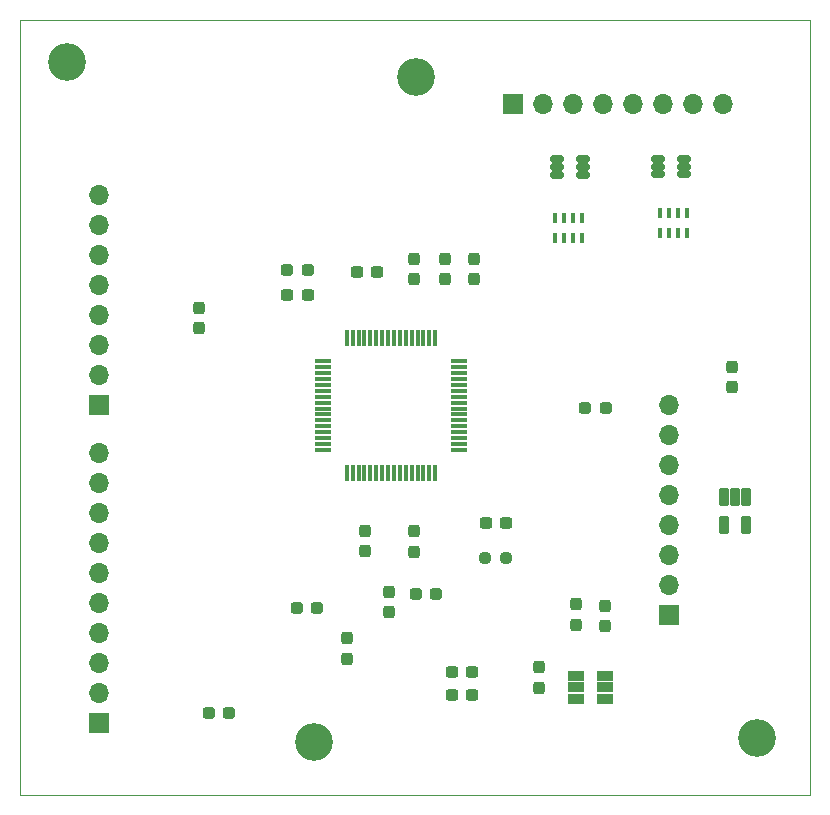
<source format=gbr>
%TF.GenerationSoftware,KiCad,Pcbnew,7.0.10*%
%TF.CreationDate,2024-03-16T23:25:41+05:30*%
%TF.ProjectId,breakout,62726561-6b6f-4757-942e-6b696361645f,rev?*%
%TF.SameCoordinates,Original*%
%TF.FileFunction,Soldermask,Top*%
%TF.FilePolarity,Negative*%
%FSLAX46Y46*%
G04 Gerber Fmt 4.6, Leading zero omitted, Abs format (unit mm)*
G04 Created by KiCad (PCBNEW 7.0.10) date 2024-03-16 23:25:41*
%MOMM*%
%LPD*%
G01*
G04 APERTURE LIST*
G04 Aperture macros list*
%AMRoundRect*
0 Rectangle with rounded corners*
0 $1 Rounding radius*
0 $2 $3 $4 $5 $6 $7 $8 $9 X,Y pos of 4 corners*
0 Add a 4 corners polygon primitive as box body*
4,1,4,$2,$3,$4,$5,$6,$7,$8,$9,$2,$3,0*
0 Add four circle primitives for the rounded corners*
1,1,$1+$1,$2,$3*
1,1,$1+$1,$4,$5*
1,1,$1+$1,$6,$7*
1,1,$1+$1,$8,$9*
0 Add four rect primitives between the rounded corners*
20,1,$1+$1,$2,$3,$4,$5,0*
20,1,$1+$1,$4,$5,$6,$7,0*
20,1,$1+$1,$6,$7,$8,$9,0*
20,1,$1+$1,$8,$9,$2,$3,0*%
G04 Aperture macros list end*
%ADD10C,3.200000*%
%ADD11RoundRect,0.237500X0.237500X-0.287500X0.237500X0.287500X-0.237500X0.287500X-0.237500X-0.287500X0*%
%ADD12RoundRect,0.237500X0.287500X0.237500X-0.287500X0.237500X-0.287500X-0.237500X0.287500X-0.237500X0*%
%ADD13RoundRect,0.237500X0.300000X0.237500X-0.300000X0.237500X-0.300000X-0.237500X0.300000X-0.237500X0*%
%ADD14RoundRect,0.102000X-0.450000X-0.200000X0.450000X-0.200000X0.450000X0.200000X-0.450000X0.200000X0*%
%ADD15R,0.460000X0.890000*%
%ADD16RoundRect,0.237500X0.250000X0.237500X-0.250000X0.237500X-0.250000X-0.237500X0.250000X-0.237500X0*%
%ADD17O,1.700000X1.700000*%
%ADD18R,1.700000X1.700000*%
%ADD19RoundRect,0.237500X0.237500X-0.300000X0.237500X0.300000X-0.237500X0.300000X-0.237500X-0.300000X0*%
%ADD20R,1.475000X0.300000*%
%ADD21R,0.300000X1.475000*%
%ADD22RoundRect,0.054880X0.652120X0.337120X-0.652120X0.337120X-0.652120X-0.337120X0.652120X-0.337120X0*%
%ADD23RoundRect,0.080400X0.321600X0.696600X-0.321600X0.696600X-0.321600X-0.696600X0.321600X-0.696600X0*%
%ADD24RoundRect,0.237500X-0.237500X0.287500X-0.237500X-0.287500X0.237500X-0.287500X0.237500X0.287500X0*%
%ADD25RoundRect,0.237500X-0.237500X0.300000X-0.237500X-0.300000X0.237500X-0.300000X0.237500X0.300000X0*%
%ADD26RoundRect,0.237500X-0.300000X-0.237500X0.300000X-0.237500X0.300000X0.237500X-0.300000X0.237500X0*%
%TA.AperFunction,Profile*%
%ADD27C,0.050000*%
%TD*%
G04 APERTURE END LIST*
D10*
%TO.C,H4*%
X69550000Y-90450000D03*
%TD*%
%TO.C,H3*%
X107000000Y-90150000D03*
%TD*%
%TO.C,H2*%
X48650000Y-32850000D03*
%TD*%
%TO.C,H1*%
X78200000Y-34150000D03*
%TD*%
D11*
%TO.C,FB11*%
X72300000Y-83425000D03*
X72300000Y-81675000D03*
%TD*%
%TO.C,FB10*%
X104950000Y-60425000D03*
X104950000Y-58675000D03*
%TD*%
D12*
%TO.C,FB9*%
X69825000Y-79100000D03*
X68075000Y-79100000D03*
%TD*%
D13*
%TO.C,C41*%
X74862500Y-50650000D03*
X73137500Y-50650000D03*
%TD*%
D12*
%TO.C,FB4*%
X69025000Y-50500000D03*
X67275000Y-50500000D03*
%TD*%
D14*
%TO.C,D2*%
X90104200Y-41118400D03*
X90104200Y-41768400D03*
X90104200Y-42418400D03*
X92304200Y-42418400D03*
X92304200Y-41768400D03*
X92304200Y-41118400D03*
%TD*%
D15*
%TO.C,C2*%
X92190000Y-46125000D03*
X91430000Y-46125000D03*
X90670000Y-46125000D03*
X89910000Y-46125000D03*
X89910000Y-47775000D03*
X90670000Y-47775000D03*
X91430000Y-47775000D03*
X92190000Y-47775000D03*
%TD*%
%TO.C,C1*%
X101124800Y-45682800D03*
X100364800Y-45682800D03*
X99604800Y-45682800D03*
X98844800Y-45682800D03*
X98844800Y-47332800D03*
X99604800Y-47332800D03*
X100364800Y-47332800D03*
X101124800Y-47332800D03*
%TD*%
D12*
%TO.C,FB3*%
X79900000Y-77950000D03*
X78150000Y-77950000D03*
%TD*%
D16*
%TO.C,R7*%
X85826600Y-74900000D03*
X84001600Y-74900000D03*
%TD*%
D17*
%TO.C,J2*%
X51308000Y-44145200D03*
X51308000Y-46685200D03*
X51308000Y-49225200D03*
X51308000Y-51765200D03*
X51308000Y-54305200D03*
X51308000Y-56845200D03*
X51308000Y-59385200D03*
D18*
X51308000Y-61925200D03*
%TD*%
D19*
%TO.C,C39*%
X78028800Y-51262500D03*
X78028800Y-49537500D03*
%TD*%
D20*
%TO.C,U5*%
X81785600Y-65726000D03*
X81785600Y-65226000D03*
X81785600Y-64726000D03*
X81785600Y-64226000D03*
X81785600Y-63726000D03*
X81785600Y-63226000D03*
X81785600Y-62726000D03*
X81785600Y-62226000D03*
X81785600Y-61726000D03*
X81785600Y-61226000D03*
X81785600Y-60726000D03*
X81785600Y-60226000D03*
X81785600Y-59726000D03*
X81785600Y-59226000D03*
X81785600Y-58726000D03*
X81785600Y-58226000D03*
D21*
X79797600Y-56238000D03*
X79297600Y-56238000D03*
X78797600Y-56238000D03*
X78297600Y-56238000D03*
X77797600Y-56238000D03*
X77297600Y-56238000D03*
X76797600Y-56238000D03*
X76297600Y-56238000D03*
X75797600Y-56238000D03*
X75297600Y-56238000D03*
X74797600Y-56238000D03*
X74297600Y-56238000D03*
X73797600Y-56238000D03*
X73297600Y-56238000D03*
X72797600Y-56238000D03*
X72297600Y-56238000D03*
D20*
X70309600Y-58226000D03*
X70309600Y-58726000D03*
X70309600Y-59226000D03*
X70309600Y-59726000D03*
X70309600Y-60226000D03*
X70309600Y-60726000D03*
X70309600Y-61226000D03*
X70309600Y-61726000D03*
X70309600Y-62226000D03*
X70309600Y-62726000D03*
X70309600Y-63226000D03*
X70309600Y-63726000D03*
X70309600Y-64226000D03*
X70309600Y-64726000D03*
X70309600Y-65226000D03*
X70309600Y-65726000D03*
D21*
X72297600Y-67714000D03*
X72797600Y-67714000D03*
X73297600Y-67714000D03*
X73797600Y-67714000D03*
X74297600Y-67714000D03*
X74797600Y-67714000D03*
X75297600Y-67714000D03*
X75797600Y-67714000D03*
X76297600Y-67714000D03*
X76797600Y-67714000D03*
X77297600Y-67714000D03*
X77797600Y-67714000D03*
X78297600Y-67714000D03*
X78797600Y-67714000D03*
X79297600Y-67714000D03*
X79797600Y-67714000D03*
%TD*%
D17*
%TO.C,J1*%
X51308000Y-66014600D03*
X51308000Y-68554600D03*
X51308000Y-71094600D03*
X51308000Y-73634600D03*
X51308000Y-76174600D03*
X51308000Y-78714600D03*
X51308000Y-81254600D03*
X51308000Y-83794600D03*
X51308000Y-86334600D03*
D18*
X51308000Y-88874600D03*
%TD*%
D12*
%TO.C,FB5*%
X94225000Y-62150000D03*
X92475000Y-62150000D03*
%TD*%
D22*
%TO.C,U4*%
X94193600Y-86788000D03*
X94193600Y-85838000D03*
X94193600Y-84888000D03*
X91683600Y-84888000D03*
X91683600Y-85838000D03*
X91683600Y-86788000D03*
%TD*%
D19*
%TO.C,C31*%
X94186700Y-80679500D03*
X94186700Y-78954500D03*
%TD*%
%TO.C,C10*%
X88595200Y-85861200D03*
X88595200Y-84136200D03*
%TD*%
%TO.C,C23*%
X73850000Y-74311400D03*
X73850000Y-72586400D03*
%TD*%
D12*
%TO.C,FB6*%
X62375000Y-88000000D03*
X60625000Y-88000000D03*
%TD*%
D19*
%TO.C,C43*%
X78000000Y-74350000D03*
X78000000Y-72625000D03*
%TD*%
D23*
%TO.C,U1*%
X106131400Y-69706400D03*
X105181400Y-69706400D03*
X104231400Y-69706400D03*
X104231400Y-72076400D03*
X106131400Y-72076400D03*
%TD*%
D13*
%TO.C,C11*%
X82929900Y-86473000D03*
X81204900Y-86473000D03*
%TD*%
D24*
%TO.C,FB7*%
X59800000Y-53675000D03*
X59800000Y-55425000D03*
%TD*%
D25*
%TO.C,C30*%
X75850000Y-77725000D03*
X75850000Y-79450000D03*
%TD*%
D11*
%TO.C,FB1*%
X83050000Y-51275000D03*
X83050000Y-49525000D03*
%TD*%
D13*
%TO.C,C12*%
X82929900Y-84568000D03*
X81204900Y-84568000D03*
%TD*%
D17*
%TO.C,J3*%
X99593400Y-61950600D03*
X99593400Y-64490600D03*
X99593400Y-67030600D03*
X99593400Y-69570600D03*
X99593400Y-72110600D03*
X99593400Y-74650600D03*
X99593400Y-77190600D03*
D18*
X99593400Y-79730600D03*
%TD*%
D13*
%TO.C,C27*%
X68987500Y-52587500D03*
X67262500Y-52587500D03*
%TD*%
D25*
%TO.C,C45*%
X80650000Y-49537500D03*
X80650000Y-51262500D03*
%TD*%
%TO.C,C32*%
X91697500Y-78802100D03*
X91697500Y-80527100D03*
%TD*%
D26*
%TO.C,C46*%
X84051600Y-71958200D03*
X85776600Y-71958200D03*
%TD*%
D14*
%TO.C,D1*%
X98622300Y-41108000D03*
X98622300Y-41758000D03*
X98622300Y-42408000D03*
X100822300Y-42408000D03*
X100822300Y-41758000D03*
X100822300Y-41108000D03*
%TD*%
D18*
%TO.C,J4*%
X86410800Y-36474400D03*
D17*
X88950800Y-36474400D03*
X91490800Y-36474400D03*
X94030800Y-36474400D03*
X96570800Y-36474400D03*
X99110800Y-36474400D03*
X101650800Y-36474400D03*
X104190800Y-36474400D03*
%TD*%
D27*
X44642800Y-29311600D02*
X111507000Y-29311600D01*
X111507000Y-94973400D01*
X44642800Y-94973400D01*
X44642800Y-29311600D01*
M02*

</source>
